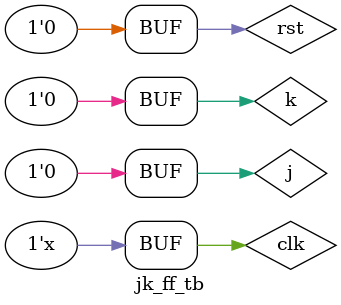
<source format=v>
module jk_ff (q,qbar,j,k,rst,clk);

output q,qbar;
input j,k,rst,clk;

// output port data type
reg q, qbar;

always @(posedge clk) 
	begin
	$monitor ($time, ": when rst is =%b and clk is =%b -- j is =%b and k is =%b and q is =%b",rst, clk, j,k,q);
		
	if (rst == 1'b1) begin
		q =  1'b0;
	end	
	
	else
		case({j,k}) 	
			
			2'b00: begin
				q <=  q;
				qbar <=  qbar;
			end
			
			2'b01: begin	
				q <=  0;
				qbar <=  1;
			end
	
			2'b10: begin
				q <=  1;
				qbar <=  0;
			end

			2'b11: begin
				q <=  ~q;
				qbar <=  ~qbar;
			end
			default:
				q = 0;
			
		endcase
	end
	
endmodule

module jk_ff_tb();

wire q,qbar;
reg j,k,rst,clk;


jk_ff bl (.q(q), .qbar(qbar), .clk(clk), .rst(rst), .j(j), .k(k));

initial 
	begin
		
		rst = 1'b1;
		clk = 1'b1;
		{j,k} = 01;
		#5 rst = 0;
		
		//#5 j = 1; k = 0;
		#5 j = 0; k = 0;
		#5 j = 1; k = 0;
		#5 j = 0; k = 0;
		#5 j = 1; k = 1;
		#5 j = 0; k = 0;
	end


always 
	begin
		#2 clk = ~clk;
end


endmodule 
</source>
